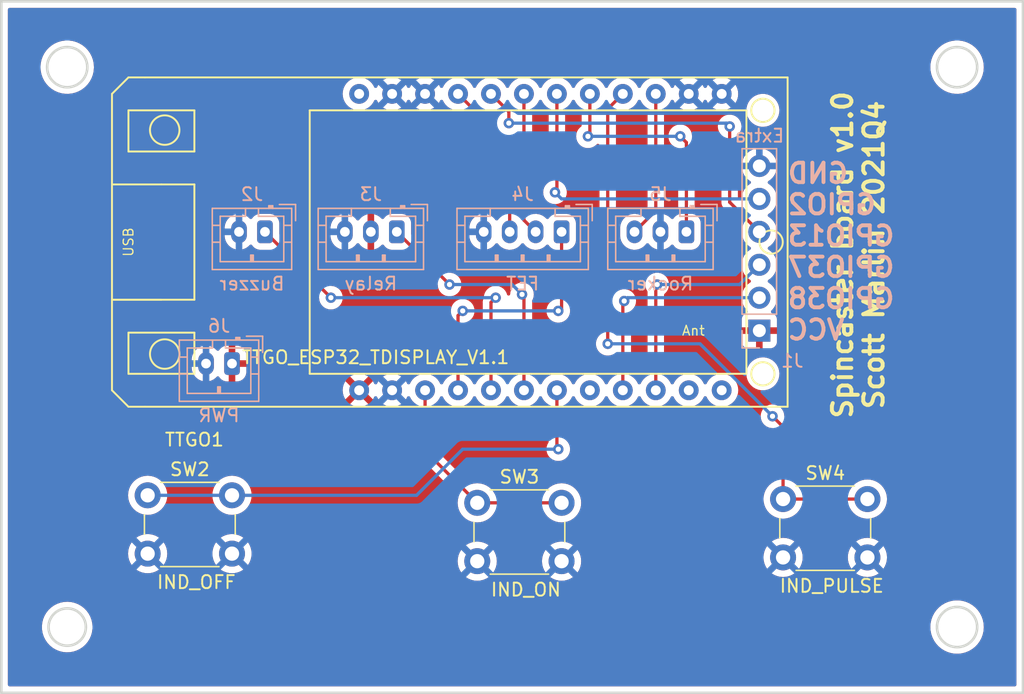
<source format=kicad_pcb>
(kicad_pcb (version 20211014) (generator pcbnew)
  (layers (0 "F.Cu" signal) (31 "B.Cu" signal) (34 "B.Paste" user) (35 "F.Paste" user) (36 "B.SilkS" user "B.Silkscreen") (37 "F.SilkS" user "F.Silkscreen") (38 "B.Mask" user) (39 "F.Mask" user) (44 "Edge.Cuts" user))
  (net 0 "")
  (net 1 "VCC")
  (net 2 "/GPIO38")
  (net 3 "/GPIO37")
  (net 4 "/GPIO13")
  (net 5 "/GPIO2")
  (net 6 "GND")
  (net 7 "/BUZZER")
  (net 8 "/RELAY")
  (net 9 "/FET")
  (net 10 "/SW_LID")
  (net 11 "/SW_SPIN")
  (net 12 "/SW_ARM")
  (net 13 "/SW_NUDGE")
  (net 14 "/IND_OFF")
  (net 15 "/IND_ON")
  (net 16 "/IND_PULSE")
  (footprint "TTGO:TTGO_ESP32_TDisplay_v1.1" (layer "F.Cu") (at 112.67 107.47)
    (fp_text reference "TTGO1" (at 3.81 2.54) (layer "F.SilkS"))
    (fp_text value "TTGO_ESP32_TDISPLAY_V1.1" (at 17.78 -3.81) (layer "F.SilkS"))
    (fp_text user "USB" (at -1.27 -12.7 90) (layer "F.SilkS") (effects (font (size 0.75 0.75) (thickness 0.1))))
    (fp_text user "Ant" (at 42.27 -5.87) (layer "F.SilkS") (effects (font (size 0.75 0.75) (thickness 0.1))))
    (fp_line (start 46.355 -22.86) (end 46.355 -2.54) (layer "F.SilkS") (width 0.15))
    (fp_line (start 3.81 -19.685) (end -1.27 -19.685) (layer "F.SilkS") (width 0.15))
    (fp_line (start 49.53 -25.4) (end 45.72 -25.4) (layer "F.SilkS") (width 0.15))
    (fp_line (start -1.27 -5.715) (end 3.81 -5.715) (layer "F.SilkS") (width 0.15))
    (fp_line (start 49.53 0) (end 44.45 0) (layer "F.SilkS") (width 0.15))
    (fp_line (start 44.45 0) (end 0 0) (layer "F.SilkS") (width 0.15))
    (fp_line (start -1.27 -2.54) (end -1.27 -5.715) (layer "F.SilkS") (width 0.15))
    (fp_line (start -1.27 -22.86) (end 3.81 -22.86) (layer "F.SilkS") (width 0.15))
    (fp_line (start -1.27 0) (end -2.54 -1.27) (layer "F.SilkS") (width 0.15))
    (fp_line (start 46.355 -2.54) (end 12.7 -2.54) (layer "F.SilkS") (width 0.15))
    (fp_line (start -1.27 -25.4) (end 0 -25.4) (layer "F.SilkS") (width 0.15))
    (fp_line (start 0 0) (end -1.27 0) (layer "F.SilkS") (width 0.15))
    (fp_line (start 3.81 -8.255) (end -2.54 -8.255) (layer "F.SilkS") (width 0.15))
    (fp_line (start 3.81 -17.145) (end 3.81 -8.255) (layer "F.SilkS") (width 0.15))
    (fp_line (start 12.7 -22.86) (end 46.355 -22.86) (layer "F.SilkS") (width 0.15))
    (fp_line (start 45.72 -25.4) (end 0 -25.4) (layer "F.SilkS") (width 0.15))
    (fp_line (start 12.7 -2.54) (end 12.7 -22.86) (layer "F.SilkS") (width 0.15))
    (fp_line (start 49.53 -25.4) (end 49.53 0) (layer "F.SilkS") (width 0.15))
    (fp_line (start -2.54 -8.255) (end 1.27 -8.255) (layer "F.SilkS") (width 0.15))
    (fp_line (start -2.54 -1.27) (end -2.54 -24.13) (layer "F.SilkS") (width 0.15))
    (fp_line (start -1.27 -19.685) (end -1.27 -22.86) (layer "F.SilkS") (width 0.15))
    (fp_line (start 3.81 -5.715) (end 3.81 -2.54) (layer "F.SilkS") (width 0.15))
    (fp_line (start 1.27 -17.145) (end 3.81 -17.145) (layer "F.SilkS") (width 0.15))
    (fp_line (start 3.81 -22.86) (end 3.81 -19.685) (layer "F.SilkS") (width 0.15))
    (fp_line (start 1.27 -17.145) (end -2.54 -17.145) (layer "F.SilkS") (width 0.15))
    (fp_line (start -2.54 -24.13) (end -1.27 -25.4) (layer "F.SilkS") (width 0.15))
    (fp_line (start 3.81 -2.54) (end -1.27 -2.54) (layer "F.SilkS") (width 0.15))
    (fp_circle (center 47.625 -2.54) (end 48.26 -3.175) (layer "F.SilkS") (width 0.15) (fill none))
    (fp_circle (center 1.524 -21.336) (end 2.54 -21.844) (layer "F.SilkS") (width 0.15) (fill none))
    (fp_circle (center 48.26 -12.7) (end 48.895 -13.335) (layer "F.SilkS") (width 0.15) (fill none))
    (fp_circle (center 1.524 -4.064) (end 2.54 -4.572) (layer "F.SilkS") (width 0.15) (fill none))
    (fp_circle (center 47.625 -22.86) (end 48.26 -23.495) (layer "F.SilkS") (width 0.15) (fill none))
    (pad "" np_thru_hole circle locked (at 47.625 -22.86) (size 1.524 1.524) (drill 1.524) (layers *.Cu *.Mask))
    (pad "" np_thru_hole circle locked (at 47.625 -2.54) (size 1.524 1.524) (drill 1.524) (layers *.Cu *.Mask))
    (pad "1" thru_hole circle locked (at 16.51 -1.27) (size 1.524 1.524) (drill 0.762) (layers *.Cu *.Mask) (net 1 "VCC"))
    (pad "2" thru_hole circle locked (at 19.05 -1.27) (size 1.524 1.524) (drill 0.762) (layers *.Cu *.Mask) (net 6 "GND"))
    (pad "3" thru_hole circle locked (at 21.59 -1.27) (size 1.524 1.524) (drill 0.762) (layers *.Cu *.Mask) (net 15 "/IND_ON"))
    (pad "4" thru_hole circle locked (at 24.13 -1.27) (size 1.524 1.524) (drill 0.762) (layers *.Cu *.Mask) (net 9 "/FET"))
    (pad "5" thru_hole circle locked (at 26.67 -1.27) (size 1.524 1.524) (drill 0.762) (layers *.Cu *.Mask) (net 7 "/BUZZER"))
    (pad "6" thru_hole circle locked (at 29.21 -1.27) (size 1.524 1.524) (drill 0.762) (layers *.Cu *.Mask) (net 8 "/RELAY"))
    (pad "7" thru_hole circle locked (at 31.75 -1.27) (size 1.524 1.524) (drill 0.762) (layers *.Cu *.Mask) (net 14 "/IND_OFF"))
    (pad "8" thru_hole circle locked (at 34.29 -1.27) (size 1.524 1.524) (drill 0.762) (layers *.Cu *.Mask))
    (pad "9" thru_hole circle locked (at 36.83 -1.27) (size 1.524 1.524) (drill 0.762) (layers *.Cu *.Mask) (net 2 "/GPIO38"))
    (pad "10" thru_hole circle locked (at 39.37 -1.27) (size 1.524 1.524) (drill 0.762) (layers *.Cu *.Mask) (net 3 "/GPIO37"))
    (pad "11" thru_hole circle locked (at 41.91 -1.27) (size 1.524 1.524) (drill 0.762) (layers *.Cu *.Mask))
    (pad "12" thru_hole circle locked (at 44.45 -1.27) (size 1.524 1.524) (drill 0.762) (layers *.Cu *.Mask))
    (pad "13" thru_hole circle locked (at 44.45 -24.13) (size 1.524 1.524) (drill 0.762) (layers *.Cu *.Mask) (net 6 "GND"))
    (pad "14" thru_hole circle locked (at 41.91 -24.13) (size 1.524 1.524) (drill 0.762) (layers *.Cu *.Mask) (net 6 "GND"))
    (pad "15" thru_hole circle locked (at 39.37 -24.13) (size 1.524 1.524) (drill 0.762) (layers *.Cu *.Mask) (net 13 "/SW_NUDGE"))
    (pad "16" thru_hole circle locked (at 36.83 -24.13) (size 1.524 1.524) (drill 0.762) (layers *.Cu *.Mask) (net 16 "/IND_PULSE"))
    (pad "17" thru_hole circle locked (at 34.29 -24.13) (size 1.524 1.524) (drill 0.762) (layers *.Cu *.Mask) (net 12 "/SW_ARM"))
    (pad "18" thru_hole circle locked (at 31.75 -24.13) (size 1.524 1.524) (drill 0.762) (layers *.Cu *.Mask) (net 5 "/GPIO2"))
    (pad "19" thru_hole circle locked (at 29.21 -24.13) (size 1.524 1.524) (drill 0.762) (layers *.Cu *.Mask) (net 10 "/SW_LID"))
    (pad "20" thru_hole circle locked (at 26.67 -24.13) (size 1.524 1.524) (drill 0.762) (layers *.Cu *.Mask) (net 4 "/GPIO13"))
    (pad "21" thru_hole circle locked (at 24.13 -24.13) (size 1.524 1.524) (drill 0.762) (layers *.Cu *.Mask) (net 11 "/SW_SPIN"))
    (pad "22" thru_hole circle locked (at 21.59 -24.13) (size 1.524 1.524) (drill 0.762) (layers *.Cu *.Mask) (net 6 "GND"))
    (pad "23" thru_hole circle locked (at 19.05 -24.13) (size 1.524 1.524) (drill 0.762) (layers *.Cu *.Mask) (net 6 "GND"))
    (pad "24" thru_hole circle locked (at 16.51 -24.13) (size 1.524 1.524) (drill 0.762) (layers *.Cu *.Mask))
  )
  (footprint "Button_Switch_THT:SW_PUSH_6mm_H5mm" (layer "F.Cu") (at 112.88 114.3)
    (fp_text reference "SW2" (at 3.25 -2) (layer "F.SilkS"))
    (fp_text value "IND_OFF" (at 3.75 6.7) (layer "F.SilkS"))
    (fp_line (start 5.5 -1) (end 1 -1) (layer "F.SilkS") (width 0.12))
    (fp_line (start 6.75 3) (end 6.75 1.5) (layer "F.SilkS") (width 0.12))
    (fp_line (start -0.25 1.5) (end -0.25 3) (layer "F.SilkS") (width 0.12))
    (fp_line (start 1 5.5) (end 5.5 5.5) (layer "F.SilkS") (width 0.12))
    (pad "1" thru_hole circle locked (at 6.5 0 90) (size 2 2) (drill 1.1) (layers *.Cu *.Mask) (net 14 "/IND_OFF"))
    (pad "1" thru_hole circle locked (at 0 0 90) (size 2 2) (drill 1.1) (layers *.Cu *.Mask) (net 14 "/IND_OFF"))
    (pad "2" thru_hole circle locked (at 6.5 4.5 90) (size 2 2) (drill 1.1) (layers *.Cu *.Mask) (net 6 "GND"))
    (pad "2" thru_hole circle locked (at 0 4.5 90) (size 2 2) (drill 1.1) (layers *.Cu *.Mask) (net 6 "GND"))
  )
  (footprint "Button_Switch_THT:SW_PUSH_6mm_H5mm" (layer "F.Cu") (at 138.28 114.88)
    (fp_text reference "SW3" (at 3.25 -2) (layer "F.SilkS"))
    (fp_text value "IND_ON" (at 3.75 6.7) (layer "F.SilkS"))
    (fp_line (start 1 5.5) (end 5.5 5.5) (layer "F.SilkS") (width 0.12))
    (fp_line (start 5.5 -1) (end 1 -1) (layer "F.SilkS") (width 0.12))
    (fp_line (start -0.25 1.5) (end -0.25 3) (layer "F.SilkS") (width 0.12))
    (fp_line (start 6.75 3) (end 6.75 1.5) (layer "F.SilkS") (width 0.12))
    (pad "1" thru_hole circle locked (at 6.5 0 90) (size 2 2) (drill 1.1) (layers *.Cu *.Mask) (net 15 "/IND_ON"))
    (pad "1" thru_hole circle locked (at 0 0 90) (size 2 2) (drill 1.1) (layers *.Cu *.Mask) (net 15 "/IND_ON"))
    (pad "2" thru_hole circle locked (at 6.5 4.5 90) (size 2 2) (drill 1.1) (layers *.Cu *.Mask) (net 6 "GND"))
    (pad "2" thru_hole circle locked (at 0 4.5 90) (size 2 2) (drill 1.1) (layers *.Cu *.Mask) (net 6 "GND"))
  )
  (footprint "Button_Switch_THT:SW_PUSH_6mm_H5mm" (layer "F.Cu") (at 161.85 114.59)
    (fp_text reference "SW4" (at 3.25 -2) (layer "F.SilkS"))
    (fp_text value "IND_PULSE" (at 3.75 6.7) (layer "F.SilkS"))
    (fp_line (start -0.25 1.5) (end -0.25 3) (layer "F.SilkS") (width 0.12))
    (fp_line (start 5.5 -1) (end 1 -1) (layer "F.SilkS") (width 0.12))
    (fp_line (start 6.75 3) (end 6.75 1.5) (layer "F.SilkS") (width 0.12))
    (fp_line (start 1 5.5) (end 5.5 5.5) (layer "F.SilkS") (width 0.12))
    (pad "1" thru_hole circle locked (at 0 0 90) (size 2 2) (drill 1.1) (layers *.Cu *.Mask) (net 16 "/IND_PULSE"))
    (pad "1" thru_hole circle locked (at 6.5 0 90) (size 2 2) (drill 1.1) (layers *.Cu *.Mask) (net 16 "/IND_PULSE"))
    (pad "2" thru_hole circle locked (at 6.5 4.5 90) (size 2 2) (drill 1.1) (layers *.Cu *.Mask) (net 6 "GND"))
    (pad "2" thru_hole circle locked (at 0 4.5 90) (size 2 2) (drill 1.1) (layers *.Cu *.Mask) (net 6 "GND"))
  )
  (footprint "Connector_JST:JST_PH_B4B-PH-K_1x04_P2.00mm_Vertical" (layer "B.Cu") (at 144.78 93.98 180)
    (fp_text reference "J4" (at 3 2.9) (layer "B.SilkS") (effects (justify mirror)))
    (fp_text value "FET" (at 3 -4) (layer "B.SilkS") (effects (justify mirror)))
    (fp_line (start -0.6 2.01) (end -0.6 1.81) (layer "B.SilkS") (width 0.12))
    (fp_line (start 5.1 -1.8) (end 5.1 -2.3) (layer "B.SilkS") (width 0.12))
    (fp_line (start -1.45 1.2) (end -1.45 -2.3) (layer "B.SilkS") (width 0.12))
    (fp_line (start -2.06 0.5) (end -1.45 0.5) (layer "B.SilkS") (width 0.12))
    (fp_line (start -2.06 -0.8) (end -1.45 -0.8) (layer "B.SilkS") (width 0.12))
    (fp_line (start -1.11 2.11) (end -2.36 2.11) (layer "B.SilkS") (width 0.12))
    (fp_line (start 1.1 -1.8) (end 1.1 -2.3) (layer "B.SilkS") (width 0.12))
    (fp_line (start 3.1 -1.8) (end 3.1 -2.3) (layer "B.SilkS") (width 0.12))
    (fp_line (start 3 -2.3) (end 3 -1.8) (layer "B.SilkS") (width 0.12))
    (fp_line (start 0.9 -2.3) (end 0.9 -1.8) (layer "B.SilkS") (width 0.12))
    (fp_line (start -2.36 2.11) (end -2.36 0.86) (layer "B.SilkS") (width 0.12))
    (fp_line (start -0.3 2.01) (end -0.6 2.01) (layer "B.SilkS") (width 0.12))
    (fp_line (start 4.9 -2.3) (end 4.9 -1.8) (layer "B.SilkS") (width 0.12))
    (fp_line (start -0.3 1.91) (end -0.6 1.91) (layer "B.SilkS") (width 0.12))
    (fp_line (start -0.3 1.81) (end -0.3 2.01) (layer "B.SilkS") (width 0.12))
    (fp_line (start -2.06 1.81) (end -2.06 -2.91) (layer "B.SilkS") (width 0.12))
    (fp_line (start 0.5 1.81) (end 0.5 1.2) (layer "B.SilkS") (width 0.12))
    (fp_line (start 4.9 -1.8) (end 5.1 -1.8) (layer "B.SilkS") (width 0.12))
    (fp_line (start 2.9 -1.8) (end 3.1 -1.8) (layer "B.SilkS") (width 0.12))
    (fp_line (start 1 -2.3) (end 1 -1.8) (layer "B.SilkS") (width 0.12))
    (fp_line (start 0.5 1.2) (end -1.45 1.2) (layer "B.SilkS") (width 0.12))
    (fp_line (start 8.06 0.5) (end 7.45 0.5) (layer "B.SilkS") (width 0.12))
    (fp_line (start 5 -2.3) (end 5 -1.8) (layer "B.SilkS") (width 0.12))
    (fp_line (start -2.06 -2.91) (end 8.06 -2.91) (layer "B.SilkS") (width 0.12))
    (fp_line (start -1.45 -2.3) (end 7.45 -2.3) (layer "B.SilkS") (width 0.12))
    (fp_line (start 8.06 -2.91) (end 8.06 1.81) (layer "B.SilkS") (width 0.12))
    (fp_line (start 2.9 -2.3) (end 2.9 -1.8) (layer "B.SilkS") (width 0.12))
    (fp_line (start 8.06 -0.8) (end 7.45 -0.8) (layer "B.SilkS") (width 0.12))
    (fp_line (start 5.5 1.2) (end 5.5 1.81) (layer "B.SilkS") (width 0.12))
    (fp_line (start 8.06 1.81) (end -2.06 1.81) (layer "B.SilkS") (width 0.12))
    (fp_line (start 7.45 1.2) (end 5.5 1.2) (layer "B.SilkS") (width 0.12))
    (fp_line (start 0.9 -1.8) (end 1.1 -1.8) (layer "B.SilkS") (width 0.12))
    (fp_line (start 7.45 -2.3) (end 7.45 1.2) (layer "B.SilkS") (width 0.12))
    (pad "1" thru_hole roundrect locked (at 0 0 180) (size 1.2 1.75) (drill 0.75) (layers *.Cu *.Mask) (roundrect_rratio 0.2083333333) (net 9 "/FET"))
    (pad "2" thru_hole oval locked (at 2 0 180) (size 1.2 1.75) (drill 0.75) (layers *.Cu *.Mask) (net 10 "/SW_LID"))
    (pad "3" thru_hole oval locked (at 4 0 180) (size 1.2 1.75) (drill 0.75) (layers *.Cu *.Mask) (net 11 "/SW_SPIN"))
    (pad "4" thru_hole oval locked (at 6 0 180) (size 1.2 1.75) (drill 0.75) (layers *.Cu *.Mask) (net 6 "GND"))
  )
  (footprint "Connector_JST:JST_PH_B3B-PH-K_1x03_P2.00mm_Vertical" (layer "B.Cu") (at 132.08 93.98 180)
    (fp_text reference "J3" (at 2 2.9) (layer "B.SilkS") (effects (justify mirror)))
    (fp_text value "Relay" (at 2 -4) (layer "B.SilkS") (effects (justify mirror)))
    (fp_line (start -1.11 2.11) (end -2.36 2.11) (layer "B.SilkS") (width 0.12))
    (fp_line (start -2.36 2.11) (end -2.36 0.86) (layer "B.SilkS") (width 0.12))
    (fp_line (start 1 -2.3) (end 1 -1.8) (layer "B.SilkS") (width 0.12))
    (fp_line (start 0.5 1.81) (end 0.5 1.2) (layer "B.SilkS") (width 0.12))
    (fp_line (start 5.45 -2.3) (end 5.45 1.2) (layer "B.SilkS") (width 0.12))
    (fp_line (start 3.1 -1.8) (end 3.1 -2.3) (layer "B.SilkS") (width 0.12))
    (fp_line (start 2.9 -2.3) (end 2.9 -1.8) (layer "B.SilkS") (width 0.12))
    (fp_line (start -0.3 1.81) (end -0.3 2.01) (layer "B.SilkS") (width 0.12))
    (fp_line (start 6.06 -2.91) (end 6.06 1.81) (layer "B.SilkS") (width 0.12))
    (fp_line (start -2.06 -2.91) (end 6.06 -2.91) (layer "B.SilkS") (width 0.12))
    (fp_line (start 2.9 -1.8) (end 3.1 -1.8) (layer "B.SilkS") (width 0.12))
    (fp_line (start -0.3 2.01) (end -0.6 2.01) (layer "B.SilkS") (width 0.12))
    (fp_line (start -2.06 -0.8) (end -1.45 -0.8) (layer "B.SilkS") (width 0.12))
    (fp_line (start 3 -2.3) (end 3 -1.8) (layer "B.SilkS") (width 0.12))
    (fp_line (start 6.06 1.81) (end -2.06 1.81) (layer "B.SilkS") (width 0.12))
    (fp_line (start 3.5 1.2) (end 3.5 1.81) (layer "B.SilkS") (width 0.12))
    (fp_line (start 0.9 -2.3) (end 0.9 -1.8) (layer "B.SilkS") (width 0.12))
    (fp_line (start 0.9 -1.8) (end 1.1 -1.8) (layer "B.SilkS") (width 0.12))
    (fp_line (start 6.06 0.5) (end 5.45 0.5) (layer "B.SilkS") (width 0.12))
    (fp_line (start 0.5 1.2) (end -1.45 1.2) (layer "B.SilkS") (width 0.12))
    (fp_line (start 1.1 -1.8) (end 1.1 -2.3) (layer "B.SilkS") (width 0.12))
    (fp_line (start -1.45 1.2) (end -1.45 -2.3) (layer "B.SilkS") (width 0.12))
    (fp_line (start -2.06 0.5) (end -1.45 0.5) (layer "B.SilkS") (width 0.12))
    (fp_line (start -0.6 2.01) (end -0.6 1.81) (layer "B.SilkS") (width 0.12))
    (fp_line (start -1.45 -2.3) (end 5.45 -2.3) (layer "B.SilkS") (width 0.12))
    (fp_line (start -0.3 1.91) (end -0.6 1.91) (layer "B.SilkS") (width 0.12))
    (fp_line (start -2.06 1.81) (end -2.06 -2.91) (layer "B.SilkS") (width 0.12))
    (fp_line (start 5.45 1.2) (end 3.5 1.2) (layer "B.SilkS") (width 0.12))
    (fp_line (start 6.06 -0.8) (end 5.45 -0.8) (layer "B.SilkS") (width 0.12))
    (pad "1" thru_hole roundrect locked (at 0 0 180) (size 1.2 1.75) (drill 0.75) (layers *.Cu *.Mask) (roundrect_rratio 0.2083333333) (net 8 "/RELAY"))
    (pad "2" thru_hole oval locked (at 2 0 180) (size 1.2 1.75) (drill 0.75) (layers *.Cu *.Mask) (net 1 "VCC"))
    (pad "3" thru_hole oval locked (at 4 0 180) (size 1.2 1.75) (drill 0.75) (layers *.Cu *.Mask) (net 6 "GND"))
  )
  (footprint "Connector_JST:JST_PH_B3B-PH-K_1x03_P2.00mm_Vertical" (layer "B.Cu") (at 154.4 93.98 180)
    (fp_text reference "J5" (at 2 2.9) (layer "B.SilkS") (effects (justify mirror)))
    (fp_text value "Rocker" (at 2 -4) (layer "B.SilkS") (effects (justify mirror)))
    (fp_line (start 6.06 0.5) (end 5.45 0.5) (layer "B.SilkS") (width 0.12))
    (fp_line (start 1 -2.3) (end 1 -1.8) (layer "B.SilkS") (width 0.12))
    (fp_line (start -2.36 2.11) (end -2.36 0.86) (layer "B.SilkS") (width 0.12))
    (fp_line (start 6.06 -2.91) (end 6.06 1.81) (layer "B.SilkS") (width 0.12))
    (fp_line (start 5.45 1.2) (end 3.5 1.2) (layer "B.SilkS") (width 0.12))
    (fp_line (start 6.06 1.81) (end -2.06 1.81) (layer "B.SilkS") (width 0.12))
    (fp_line (start 2.9 -1.8) (end 3.1 -1.8) (layer "B.SilkS") (width 0.12))
    (fp_line (start 0.5 1.81) (end 0.5 1.2) (layer "B.SilkS") (width 0.12))
    (fp_line (start -2.06 0.5) (end -1.45 0.5) (layer "B.SilkS") (width 0.12))
    (fp_line (start -0.6 2.01) (end -0.6 1.81) (layer "B.SilkS") (width 0.12))
    (fp_line (start -2.06 -2.91) (end 6.06 -2.91) (layer "B.SilkS") (width 0.12))
    (fp_line (start -2.06 -0.8) (end -1.45 -0.8) (layer "B.SilkS") (width 0.12))
    (fp_line (start -0.3 1.91) (end -0.6 1.91) (layer "B.SilkS") (width 0.12))
    (fp_line (start 5.45 -2.3) (end 5.45 1.2) (layer "B.SilkS") (width 0.12))
    (fp_line (start -0.3 1.81) (end -0.3 2.01) (layer "B.SilkS") (width 0.12))
    (fp_line (start -2.06 1.81) (end -2.06 -2.91) (layer "B.SilkS") (width 0.12))
    (fp_line (start 3.5 1.2) (end 3.5 1.81) (layer "B.SilkS") (width 0.12))
    (fp_line (start -1.11 2.11) (end -2.36 2.11) (layer "B.SilkS") (width 0.12))
    (fp_line (start 0.9 -2.3) (end 0.9 -1.8) (layer "B.SilkS") (width 0.12))
    (fp_line (start -1.45 1.2) (end -1.45 -2.3) (layer "B.SilkS") (width 0.12))
    (fp_line (start 3.1 -1.8) (end 3.1 -2.3) (layer "B.SilkS") (width 0.12))
    (fp_line (start -0.3 2.01) (end -0.6 2.01) (layer "B.SilkS") (width 0.12))
    (fp_line (start 0.9 -1.8) (end 1.1 -1.8) (layer "B.SilkS") (width 0.12))
    (fp_line (start 1.1 -1.8) (end 1.1 -2.3) (layer "B.SilkS") (width 0.12))
    (fp_line (start 2.9 -2.3) (end 2.9 -1.8) (layer "B.SilkS") (width 0.12))
    (fp_line (start 0.5 1.2) (end -1.45 1.2) (layer "B.SilkS") (width 0.12))
    (fp_line (start 6.06 -0.8) (end 5.45 -0.8) (layer "B.SilkS") (width 0.12))
    (fp_line (start 3 -2.3) (end 3 -1.8) (layer "B.SilkS") (width 0.12))
    (fp_line (start -1.45 -2.3) (end 5.45 -2.3) (layer "B.SilkS") (width 0.12))
    (pad "1" thru_hole roundrect locked (at 0 0 180) (size 1.2 1.75) (drill 0.75) (layers *.Cu *.Mask) (roundrect_rratio 0.2083333333) (net 12 "/SW_ARM"))
    (pad "2" thru_hole oval locked (at 2 0 180) (size 1.2 1.75) (drill 0.75) (layers *.Cu *.Mask) (net 6 "GND"))
    (pad "3" thru_hole oval locked (at 4 0 180) (size 1.2 1.75) (drill 0.75) (layers *.Cu *.Mask) (net 13 "/SW_NUDGE"))
  )
  (footprint "Connector_JST:JST_PH_B2B-PH-K_1x02_P2.00mm_Vertical" (layer "B.Cu") (at 119.38 104.14 180)
    (fp_text reference "J6" (at 1 2.9) (layer "B.SilkS") (effects (justify mirror)))
    (fp_text value "PWR" (at 1 -4) (layer "B.SilkS") (effects (justify mirror)))
    (fp_line (start 3.45 -2.3) (end 3.45 1.2) (layer "B.SilkS") (width 0.12))
    (fp_line (start 1.1 -1.8) (end 1.1 -2.3) (layer "B.SilkS") (width 0.12))
    (fp_line (start -2.06 -0.8) (end -1.45 -0.8) (layer "B.SilkS") (width 0.12))
    (fp_line (start 4.06 1.81) (end -2.06 1.81) (layer "B.SilkS") (width 0.12))
    (fp_line (start 4.06 -2.91) (end 4.06 1.81) (layer "B.SilkS") (width 0.12))
    (fp_line (start -2.06 0.5) (end -1.45 0.5) (layer "B.SilkS") (width 0.12))
    (fp_line (start 0.5 1.81) (end 0.5 1.2) (layer "B.SilkS") (width 0.12))
    (fp_line (start -1.45 -2.3) (end 3.45 -2.3) (layer "B.SilkS") (width 0.12))
    (fp_line (start 0.9 -1.8) (end 1.1 -1.8) (layer "B.SilkS") (width 0.12))
    (fp_line (start 1.5 1.2) (end 1.5 1.81) (layer "B.SilkS") (width 0.12))
    (fp_line (start -2.06 1.81) (end -2.06 -2.91) (layer "B.SilkS") (width 0.12))
    (fp_line (start 0.5 1.2) (end -1.45 1.2) (layer "B.SilkS") (width 0.12))
    (fp_line (start -1.11 2.11) (end -2.36 2.11) (layer "B.SilkS") (width 0.12))
    (fp_line (start -2.36 2.11) (end -2.36 0.86) (layer "B.SilkS") (width 0.12))
    (fp_line (start 4.06 0.5) (end 3.45 0.5) (layer "B.SilkS") (width 0.12))
    (fp_line (start -1.45 1.2) (end -1.45 -2.3) (layer "B.SilkS") (width 0.12))
    (fp_line (start -0.3 1.91) (end -0.6 1.91) (layer "B.SilkS") (width 0.12))
    (fp_line (start -2.06 -2.91) (end 4.06 -2.91) (layer "B.SilkS") (width 0.12))
    (fp_line (start 0.9 -2.3) (end 0.9 -1.8) (layer "B.SilkS") (width 0.12))
    (fp_line (start 4.06 -0.8) (end 3.45 -0.8) (layer "B.SilkS") (width 0.12))
    (fp_line (start 1 -2.3) (end 1 -1.8) (layer "B.SilkS") (width 0.12))
    (fp_line (start -0.3 1.81) (end -0.3 2.01) (layer "B.SilkS") (width 0.12))
    (fp_line (start -0.3 2.01) (end -0.6 2.01) (layer "B.SilkS") (width 0.12))
    (fp_line (start 3.45 1.2) (end 1.5 1.2) (layer "B.SilkS") (width 0.12))
    (fp_line (start -0.6 2.01) (end -0.6 1.81) (layer "B.SilkS") (width 0.12))
    (pad "1" thru_hole roundrect locked (at 0 0 180) (size 1.2 1.75) (drill 0.75) (layers *.Cu *.Mask) (roundrect_rratio 0.2083333333) (net 1 "VCC"))
    (pad "2" thru_hole oval locked (at 2 0 180) (size 1.2 1.75) (drill 0.75) (layers *.Cu *.Mask) (net 6 "GND"))
  )
  (footprint "Connector_JST:JST_PH_B2B-PH-K_1x02_P2.00mm_Vertical" (layer "B.Cu") (at 121.92 93.98 180)
    (fp_text reference "J2" (at 1 2.9) (layer "B.SilkS") (effects (justify mirror)))
    (fp_text value "Buzzer" (at 1 -4) (layer "B.SilkS") (effects (justify mirror)))
    (fp_line (start -2.06 -0.8) (end -1.45 -0.8) (layer "B.SilkS") (width 0.12))
    (fp_line (start 3.45 -2.3) (end 3.45 1.2) (layer "B.SilkS") (width 0.12))
    (fp_line (start 0.9 -2.3) (end 0.9 -1.8) (layer "B.SilkS") (width 0.12))
    (fp_line (start -1.11 2.11) (end -2.36 2.11) (layer "B.SilkS") (width 0.12))
    (fp_line (start 1.1 -1.8) (end 1.1 -2.3) (layer "B.SilkS") (width 0.12))
    (fp_line (start -0.6 2.01) (end -0.6 1.81) (layer "B.SilkS") (width 0.12))
    (fp_line (start -2.06 -2.91) (end 4.06 -2.91) (layer "B.SilkS") (width 0.12))
    (fp_line (start -1.45 -2.3) (end 3.45 -2.3) (layer "B.SilkS") (width 0.12))
    (fp_line (start 4.06 -2.91) (end 4.06 1.81) (layer "B.SilkS") (width 0.12))
    (fp_line (start -1.45 1.2) (end -1.45 -2.3) (layer "B.SilkS") (width 0.12))
    (fp_line (start 4.06 -0.8) (end 3.45 -0.8) (layer "B.SilkS") (width 0.12))
    (fp_line (start 0.9 -1.8) (end 1.1 -1.8) (layer "B.SilkS") (width 0.12))
    (fp_line (start 4.06 0.5) (end 3.45 0.5) (layer "B.SilkS") (width 0.12))
    (fp_line (start 1 -2.3) (end 1 -1.8) (layer "B.SilkS") (width 0.12))
    (fp_line (start -2.06 0.5) (end -1.45 0.5) (layer "B.SilkS") (width 0.12))
    (fp_line (start 0.5 1.2) (end -1.45 1.2) (layer "B.SilkS") (width 0.12))
    (fp_line (start -0.3 1.81) (end -0.3 2.01) (layer "B.SilkS") (width 0.12))
    (fp_line (start 4.06 1.81) (end -2.06 1.81) (layer "B.SilkS") (width 0.12))
    (fp_line (start -0.3 1.91) (end -0.6 1.91) (layer "B.SilkS") (width 0.12))
    (fp_line (start 0.5 1.81) (end 0.5 1.2) (layer "B.SilkS") (width 0.12))
    (fp_line (start 1.5 1.2) (end 1.5 1.81) (layer "B.SilkS") (width 0.12))
    (fp_line (start 3.45 1.2) (end 1.5 1.2) (layer "B.SilkS") (width 0.12))
    (fp_line (start -0.3 2.01) (end -0.6 2.01) (layer "B.SilkS") (width 0.12))
    (fp_line (start -2.06 1.81) (end -2.06 -2.91) (layer "B.SilkS") (width 0.12))
    (fp_line (start -2.36 2.11) (end -2.36 0.86) (layer "B.SilkS") (width 0.12))
    (pad "1" thru_hole roundrect locked (at 0 0 180) (size 1.2 1.75) (drill 0.75) (layers *.Cu *.Mask) (roundrect_rratio 0.2083333333) (net 7 "/BUZZER"))
    (pad "2" thru_hole oval locked (at 2 0 180) (size 1.2 1.75) (drill 0.75) (layers *.Cu *.Mask) (net 6 "GND"))
  )
  (footprint "Connector_PinHeader_2.54mm:PinHeader_1x06_P2.54mm_Vertical" (layer "B.Cu") (at 160.02 101.6)
    (fp_text reference "J1" (at 2.54 2.33) (layer "B.SilkS") (effects (justify mirror)))
    (fp_text value "Extra" (at 0 -15.03) (layer "B.SilkS") (effects (justify mirror)))
    (fp_line (start -1.33 -1.27) (end -1.33 -14.03) (layer "B.SilkS") (width 0.12))
    (fp_line (start -1.33 -14.03) (end 1.33 -14.03) (layer "B.SilkS") (width 0.12))
    (fp_line (start -1.33 -1.27) (end 1.33 -1.27) (layer "B.SilkS") (width 0.12))
    (fp_line (start -1.33 1.33) (end 0 1.33) (layer "B.SilkS") (width 0.12))
    (fp_line (start -1.33 0) (end -1.33 1.33) (layer "B.SilkS") (width 0.12))
    (fp_line (start 1.33 -1.27) (end 1.33 -14.03) (layer "B.SilkS") (width 0.12))
    (pad "1" thru_hole rect locked (at 0 0) (size 1.7 1.7) (drill 1) (layers *.Cu *.Mask) (net 1 "VCC"))
    (pad "2" thru_hole oval locked (at 0 -2.54) (size 1.7 1.7) (drill 1) (layers *.Cu *.Mask) (net 2 "/GPIO38"))
    (pad "3" thru_hole oval locked (at 0 -5.08) (size 1.7 1.7) (drill 1) (layers *.Cu *.Mask) (net 3 "/GPIO37"))
    (pad "4" thru_hole oval locked (at 0 -7.62) (size 1.7 1.7) (drill 1) (layers *.Cu *.Mask) (net 4 "/GPIO13"))
    (pad "5" thru_hole oval locked (at 0 -10.16) (size 1.7 1.7) (drill 1) (layers *.Cu *.Mask) (net 5 "/GPIO2"))
    (pad "6" thru_hole oval locked (at 0 -12.7) (size 1.7 1.7) (drill 1) (layers *.Cu *.Mask) (net 6 "GND"))
  )
  (gr_circle (center 175.26 81.28) (end 176.81 81.28) (layer "Edge.Cuts") (width 0.2) (fill none))
  (gr_circle (center 106.68 124.46) (end 108.12 124.46) (layer "Edge.Cuts") (width 0.2) (fill none))
  (gr_rect (start 101.6 76.2) (end 180.34 129.54) (layer "Edge.Cuts") (width 0.2) (fill none))
  (gr_circle (center 106.68 81.28) (end 108.23 81.28) (layer "Edge.Cuts") (width 0.2) (fill none))
  (gr_circle (center 175.26 124.46) (end 176.81 124.46) (layer "Edge.Cuts") (width 0.2) (fill none))
  (gr_text "GND\nGPIO2\nGPIO13\nGPIO37\nGPIO38\nVCC" (at 162.052 95.504) (layer "B.SilkS") (effects (font (size 1.5 1.5) (thickness 0.3)) (justify right mirror)))
  (gr_text "Spincaster board v1.0\nScott Martin 2021Q4" (at 167.64 95.758 90) (layer "F.SilkS") (effects (font (size 1.5 1.5) (thickness 0.3))))
  (segment (start 149.5 106.2) (end 149.5 99.42) (width 0.25) (layer "F.Cu") (net 2))
  (segment (start 149.5 99.42) (end 149.606 99.314) (width 0.25) (layer "F.Cu") (net 2))
  (via (at 149.606 99.314) (size 0.8) (drill 0.4) (layers "F.Cu" "B.Cu") (net 2))
  (segment (start 149.606 99.314) (end 149.86 99.06) (width 0.25) (layer "B.Cu") (net 2))
  (segment (start 149.86 99.06) (end 160.02 99.06) (width 0.25) (layer "B.Cu") (net 2))
  (segment (start 152.04 98.15) (end 152.04 106.2) (width 0.25) (layer "F.Cu") (net 3))
  (segment (start 152.146 98.044) (end 152.04 98.15) (width 0.25) (layer "F.Cu") (net 3))
  (via (at 152.146 98.044) (size 0.8) (drill 0.4) (layers "F.Cu" "B.Cu") (net 3))
  (segment (start 158.496 98.044) (end 152.146 98.044) (width 0.25) (layer "B.Cu") (net 3))
  (segment (start 160.02 96.52) (end 158.496 98.044) (width 0.25) (layer "B.Cu") (net 3))
  (segment (start 140.716 84.716) (end 140.716 85.598) (width 0.25) (layer "F.Cu") (net 4))
  (segment (start 157.734 91.694) (end 160.02 93.98) (width 0.25) (layer "F.Cu") (net 4))
  (segment (start 157.734 85.852) (end 157.734 91.694) (width 0.25) (layer "F.Cu") (net 4))
  (segment (start 139.34 83.34) (end 140.716 84.716) (width 0.25) (layer "F.Cu") (net 4))
  (via (at 140.716 85.598) (size 0.8) (drill 0.4) (layers "F.Cu" "B.Cu") (net 4))
  (via (at 157.734 85.852) (size 0.8) (drill 0.4) (layers "F.Cu" "B.Cu") (net 4))
  (segment (start 140.716 85.598) (end 157.48 85.598) (width 0.25) (layer "B.Cu") (net 4))
  (segment (start 157.48 85.598) (end 157.734 85.852) (width 0.25) (layer "B.Cu") (net 4))
  (segment (start 144.42 90.784) (end 144.42 83.34) (width 0.25) (layer "F.Cu") (net 5))
  (segment (start 144.272 90.932) (end 144.42 90.784) (width 0.25) (layer "F.Cu") (net 5))
  (via (at 144.272 90.932) (size 0.8) (drill 0.4) (layers "F.Cu" "B.Cu") (net 5))
  (segment (start 144.78 91.44) (end 144.272 90.932) (width 0.25) (layer "B.Cu") (net 5))
  (segment (start 160.02 91.44) (end 144.78 91.44) (width 0.25) (layer "B.Cu") (net 5))
  (segment (start 139.34 99.42) (end 139.34 106.2) (width 0.25) (layer "F.Cu") (net 7))
  (segment (start 139.7 99.06) (end 139.34 99.42) (width 0.25) (layer "F.Cu") (net 7))
  (segment (start 121.92 93.98) (end 127 99.06) (width 0.25) (layer "F.Cu") (net 7))
  (via (at 127 99.06) (size 0.8) (drill 0.4) (layers "F.Cu" "B.Cu") (net 7))
  (via (at 139.7 99.06) (size 0.8) (drill 0.4) (layers "F.Cu" "B.Cu") (net 7))
  (segment (start 127 99.06) (end 139.7 99.06) (width 0.25) (layer "B.Cu") (net 7))
  (segment (start 132.08 93.98) (end 136.144 98.044) (width 0.25) (layer "F.Cu") (net 8))
  (segment (start 141.732 98.806) (end 141.88 98.954) (width 0.25) (layer "F.Cu") (net 8))
  (segment (start 141.88 98.954) (end 141.88 106.2) (width 0.25) (layer "F.Cu") (net 8))
  (via (at 141.732 98.806) (size 0.8) (drill 0.4) (layers "F.Cu" "B.Cu") (net 8))
  (via (at 136.144 98.044) (size 0.8) (drill 0.4) (layers "F.Cu" "B.Cu") (net 8))
  (segment (start 136.144 98.044) (end 140.97 98.044) (width 0.25) (layer "B.Cu") (net 8))
  (segment (start 140.97 98.044) (end 141.732 98.806) (width 0.25) (layer "B.Cu") (net 8))
  (segment (start 144.78 100.076) (end 144.526 100.076) (width 0.25) (layer "F.Cu") (net 9))
  (segment (start 137.16 100.076) (end 136.8 100.436) (width 0.25) (layer "F.Cu") (net 9))
  (segment (start 136.8 100.436) (end 136.8 106.2) (width 0.25) (layer "F.Cu") (net 9))
  (segment (start 144.78 93.98) (end 144.78 100.076) (width 0.25) (layer "F.Cu") (net 9))
  (via (at 144.526 100.076) (size 0.8) (drill 0.4) (layers "F.Cu" "B.Cu") (net 9))
  (via (at 137.16 100.076) (size 0.8) (drill 0.4) (layers "F.Cu" "B.Cu") (net 9))
  (segment (start 144.526 100.076) (end 137.16 100.076) (width 0.25) (layer "B.Cu") (net 9))
  (segment (start 141.88 83.34) (end 141.88 93.08) (width 0.25) (layer "F.Cu") (net 10))
  (segment (start 141.88 93.08) (end 142.78 93.98) (width 0.25) (layer "F.Cu") (net 10))
  (segment (start 140.78 87.32) (end 136.8 83.34) (width 0.25) (layer "F.Cu") (net 11))
  (segment (start 140.78 93.98) (end 140.78 87.32) (width 0.25) (layer "F.Cu") (net 11))
  (segment (start 154.4 87.09) (end 153.924 86.614) (width 0.25) (layer "F.Cu") (net 12))
  (segment (start 146.96 86.466) (end 146.96 83.34) (width 0.25) (layer "F.Cu") (net 12))
  (segment (start 146.812 86.614) (end 146.96 86.466) (width 0.25) (layer "F.Cu") (net 12))
  (segment (start 154.4 93.98) (end 154.4 87.09) (width 0.25) (layer "F.Cu") (net 12))
  (via (at 153.924 86.614) (size 0.8) (drill 0.4) (layers "F.Cu" "B.Cu") (net 12))
  (via (at 146.812 86.614) (size 0.8) (drill 0.4) (layers "F.Cu" "B.Cu") (net 12))
  (segment (start 153.924 86.614) (end 146.812 86.614) (width 0.25) (layer "B.Cu") (net 12))
  (segment (start 152.04 83.34) (end 152.04 92.34) (width 0.25) (layer "F.Cu") (net 13))
  (segment (start 152.04 92.34) (end 150.4 93.98) (width 0.25) (layer "F.Cu") (net 13))
  (segment (start 144.42 110.638) (end 144.42 106.2) (width 0.25) (layer "F.Cu") (net 14))
  (segment (start 144.526 110.744) (end 144.42 110.638) (width 0.25) (layer "F.Cu") (net 14))
  (via (at 144.526 110.744) (size 0.8) (drill 0.4) (layers "F.Cu" "B.Cu") (net 14))
  (segment (start 137.16 110.744) (end 144.526 110.744) (width 0.25) (layer "B.Cu") (net 14))
  (segment (start 133.604 114.3) (end 137.16 110.744) (width 0.25) (layer "B.Cu") (net 14))
  (segment (start 119.38 114.3) (end 112.88 114.3) (width 0.25) (layer "B.Cu") (net 14))
  (segment (start 119.38 114.3) (end 133.604 114.3) (width 0.25) (layer "B.Cu") (net 14))
  (segment (start 134.26 106.2) (end 134.26 110.86) (width 0.25) (layer "F.Cu") (net 15))
  (segment (start 144.78 114.88) (end 138.28 114.88) (width 0.25) (layer "F.Cu") (net 15))
  (segment (start 134.26 110.86) (end 138.28 114.88) (width 0.25) (layer "F.Cu") (net 15))
  (segment (start 148.336 84.504) (end 148.336 102.616) (width 0.25) (layer "F.Cu") (net 16))
  (segment (start 161.85 114.59) (end 168.35 114.59) (width 0.25) (layer "F.Cu") (net 16))
  (segment (start 161.85 109.018) (end 161.85 114.59) (width 0.25) (layer "F.Cu") (net 16))
  (segment (start 161.036 108.204) (end 161.85 109.018) (width 0.25) (layer "F.Cu") (net 16))
  (segment (start 149.5 83.34) (end 148.336 84.504) (width 0.25) (layer "F.Cu") (net 16))
  (via (at 148.336 102.616) (size 0.8) (drill 0.4) (layers "F.Cu" "B.Cu") (net 16))
  (via (at 161.036 108.204) (size 0.8) (drill 0.4) (layers "F.Cu" "B.Cu") (net 16))
  (segment (start 148.336 102.616) (end 155.448 102.616) (width 0.25) (layer "B.Cu") (net 16))
  (segment (start 155.448 102.616) (end 161.036 108.204) (width 0.25) (layer "B.Cu") (net 16))
  (zone (net 1) (net_name "VCC") (layer "F.Cu") (connect_pads (clearance 0.508)) (min_thickness 0.254) (fill yes (thermal_gap 0.508) (thermal_bridge_width 0.508))
    (polygon (pts (xy 180.34 129.54) (xy 101.6 129.54) (xy 101.6 76.2) (xy 180.34 76.2)))
  )
  (zone (net 6) (net_name "GND") (layer "B.Cu") (connect_pads (clearance 0.508)) (min_thickness 0.254) (fill yes (thermal_gap 0.508) (thermal_bridge_width 0.508))
    (polygon (pts (xy 180.34 129.54) (xy 101.6 129.54) (xy 101.6 76.2) (xy 180.34 76.2)))
  )
)
</source>
